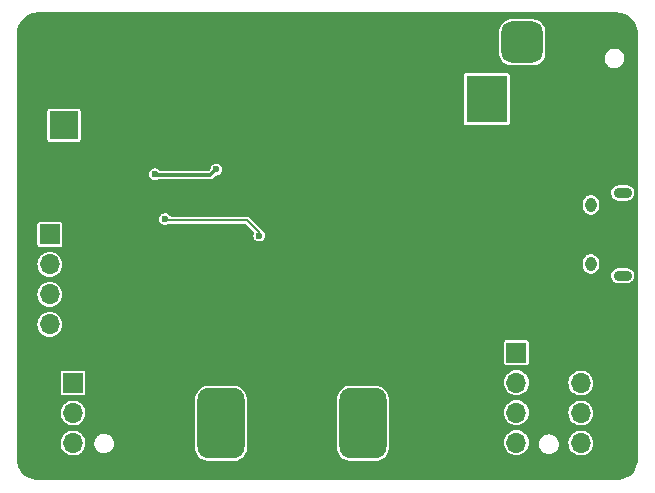
<source format=gbr>
G04 #@! TF.GenerationSoftware,KiCad,Pcbnew,(6.0.2)*
G04 #@! TF.CreationDate,2022-03-19T12:20:35+01:00*
G04 #@! TF.ProjectId,prova-buck,70726f76-612d-4627-9563-6b2e6b696361,rev?*
G04 #@! TF.SameCoordinates,Original*
G04 #@! TF.FileFunction,Copper,L2,Bot*
G04 #@! TF.FilePolarity,Positive*
%FSLAX46Y46*%
G04 Gerber Fmt 4.6, Leading zero omitted, Abs format (unit mm)*
G04 Created by KiCad (PCBNEW (6.0.2)) date 2022-03-19 12:20:35*
%MOMM*%
%LPD*%
G01*
G04 APERTURE LIST*
G04 Aperture macros list*
%AMRoundRect*
0 Rectangle with rounded corners*
0 $1 Rounding radius*
0 $2 $3 $4 $5 $6 $7 $8 $9 X,Y pos of 4 corners*
0 Add a 4 corners polygon primitive as box body*
4,1,4,$2,$3,$4,$5,$6,$7,$8,$9,$2,$3,0*
0 Add four circle primitives for the rounded corners*
1,1,$1+$1,$2,$3*
1,1,$1+$1,$4,$5*
1,1,$1+$1,$6,$7*
1,1,$1+$1,$8,$9*
0 Add four rect primitives between the rounded corners*
20,1,$1+$1,$2,$3,$4,$5,0*
20,1,$1+$1,$4,$5,$6,$7,0*
20,1,$1+$1,$6,$7,$8,$9,0*
20,1,$1+$1,$8,$9,$2,$3,0*%
G04 Aperture macros list end*
G04 #@! TA.AperFunction,ComponentPad*
%ADD10R,2.400000X2.400000*%
G04 #@! TD*
G04 #@! TA.AperFunction,ComponentPad*
%ADD11C,2.400000*%
G04 #@! TD*
G04 #@! TA.AperFunction,ComponentPad*
%ADD12R,1.700000X1.700000*%
G04 #@! TD*
G04 #@! TA.AperFunction,ComponentPad*
%ADD13O,1.700000X1.700000*%
G04 #@! TD*
G04 #@! TA.AperFunction,ComponentPad*
%ADD14R,3.500000X4.000000*%
G04 #@! TD*
G04 #@! TA.AperFunction,ComponentPad*
%ADD15RoundRect,0.750000X0.750000X1.000000X-0.750000X1.000000X-0.750000X-1.000000X0.750000X-1.000000X0*%
G04 #@! TD*
G04 #@! TA.AperFunction,ComponentPad*
%ADD16RoundRect,0.875000X0.875000X0.875000X-0.875000X0.875000X-0.875000X-0.875000X0.875000X-0.875000X0*%
G04 #@! TD*
G04 #@! TA.AperFunction,ComponentPad*
%ADD17O,0.950000X1.250000*%
G04 #@! TD*
G04 #@! TA.AperFunction,ComponentPad*
%ADD18O,1.550000X0.890000*%
G04 #@! TD*
G04 #@! TA.AperFunction,ComponentPad*
%ADD19RoundRect,1.000000X1.000000X2.000000X-1.000000X2.000000X-1.000000X-2.000000X1.000000X-2.000000X0*%
G04 #@! TD*
G04 #@! TA.AperFunction,ComponentPad*
%ADD20RoundRect,1.000000X-1.000000X-2.000000X1.000000X-2.000000X1.000000X2.000000X-1.000000X2.000000X0*%
G04 #@! TD*
G04 #@! TA.AperFunction,ViaPad*
%ADD21C,0.800000*%
G04 #@! TD*
G04 #@! TA.AperFunction,ViaPad*
%ADD22C,0.600000*%
G04 #@! TD*
G04 #@! TA.AperFunction,Conductor*
%ADD23C,0.300000*%
G04 #@! TD*
G04 #@! TA.AperFunction,Conductor*
%ADD24C,0.200000*%
G04 #@! TD*
G04 APERTURE END LIST*
D10*
X121200000Y-84750000D03*
D11*
X121200000Y-88250000D03*
D12*
X120000000Y-94000000D03*
D13*
X120000000Y-96540000D03*
X120000000Y-99080000D03*
X120000000Y-101620000D03*
D14*
X157000000Y-82550000D03*
D15*
X163000000Y-82550000D03*
D16*
X160000000Y-77750000D03*
D17*
X165800000Y-91500000D03*
X165800000Y-96500000D03*
D18*
X168500000Y-97500000D03*
X168500000Y-90500000D03*
D12*
X159500000Y-104000000D03*
D13*
X159500000Y-106540000D03*
X159500000Y-109080000D03*
X159500000Y-111620000D03*
D19*
X146500000Y-110000000D03*
D20*
X140500000Y-110000000D03*
D19*
X134500000Y-110000000D03*
D20*
X128500000Y-110000000D03*
D12*
X167500000Y-106580000D03*
D13*
X164960000Y-106580000D03*
X167500000Y-109120000D03*
X164960000Y-109120000D03*
X167500000Y-111660000D03*
X164960000Y-111660000D03*
D12*
X121960000Y-106580000D03*
D13*
X119420000Y-106580000D03*
X121960000Y-109120000D03*
X119420000Y-109120000D03*
X121960000Y-111660000D03*
X119420000Y-111660000D03*
D21*
X142500000Y-94000000D03*
X142500000Y-83250000D03*
X164200000Y-93200000D03*
X162900000Y-99400000D03*
X142400000Y-88750000D03*
X126600000Y-100900000D03*
X151500000Y-93900000D03*
X138100000Y-88300000D03*
X131700000Y-86900000D03*
X140000000Y-85750000D03*
X130000000Y-85750000D03*
X130000000Y-87000000D03*
X126600000Y-103900000D03*
X128750000Y-85750000D03*
X140000000Y-87000000D03*
X142500000Y-95750000D03*
X142500000Y-84500000D03*
X127500000Y-84500000D03*
X148650000Y-93400000D03*
X152700000Y-82700000D03*
X119500000Y-76550000D03*
X139000000Y-83650000D03*
D22*
X131850000Y-91100000D03*
D21*
X162900000Y-100500000D03*
X138100000Y-93200000D03*
X164200000Y-92200000D03*
X142500000Y-97750000D03*
X147750000Y-93400000D03*
X130000000Y-84500000D03*
X127500000Y-83250000D03*
X126600000Y-99800000D03*
X140000000Y-84500000D03*
X155700000Y-98150000D03*
X128750000Y-83250000D03*
X154500000Y-99000000D03*
X141250000Y-87000000D03*
X126600000Y-102800000D03*
X128750000Y-87000000D03*
X127500000Y-87000000D03*
X153900000Y-85800000D03*
X141250000Y-84500000D03*
X128750000Y-84500000D03*
X131700000Y-88100000D03*
X156700000Y-98150000D03*
X138300000Y-86850000D03*
X142500000Y-87000000D03*
X131100000Y-83650000D03*
X141250000Y-85750000D03*
X128100000Y-95700000D03*
X142500000Y-85750000D03*
X127500000Y-85750000D03*
X154500000Y-97650000D03*
X141250000Y-83250000D03*
D22*
X128900000Y-88900000D03*
X134100000Y-88500000D03*
X137740000Y-94100000D03*
X129750000Y-92700000D03*
D23*
X133600000Y-89000000D02*
X134100000Y-88500000D01*
X129000000Y-89000000D02*
X133600000Y-89000000D01*
X128900000Y-88900000D02*
X129000000Y-89000000D01*
D24*
X129850000Y-92800000D02*
X129750000Y-92700000D01*
X137389748Y-93489748D02*
X136700000Y-92800000D01*
X136700000Y-92800000D02*
X129850000Y-92800000D01*
X137740000Y-93829259D02*
X137400489Y-93489748D01*
X137400489Y-93489748D02*
X137389748Y-93489748D01*
X137740000Y-94100000D02*
X137740000Y-93829259D01*
G04 #@! TA.AperFunction,Conductor*
G36*
X167980181Y-75201953D02*
G01*
X167985812Y-75201963D01*
X167999641Y-75205143D01*
X168013482Y-75202011D01*
X168027146Y-75202035D01*
X168035164Y-75202305D01*
X168094837Y-75206216D01*
X168226704Y-75214859D01*
X168243044Y-75217010D01*
X168457774Y-75259722D01*
X168473695Y-75263988D01*
X168681011Y-75334363D01*
X168696237Y-75340670D01*
X168892591Y-75437501D01*
X168906865Y-75445742D01*
X169088905Y-75567377D01*
X169101980Y-75577410D01*
X169266579Y-75721758D01*
X169278234Y-75733413D01*
X169422593Y-75898024D01*
X169432626Y-75911099D01*
X169554258Y-76093134D01*
X169562499Y-76107408D01*
X169604585Y-76192750D01*
X169659331Y-76303763D01*
X169659331Y-76303764D01*
X169665638Y-76318991D01*
X169736010Y-76526303D01*
X169740276Y-76542222D01*
X169782990Y-76756956D01*
X169785141Y-76773297D01*
X169786410Y-76792658D01*
X169797668Y-76964407D01*
X169797787Y-76966230D01*
X169798057Y-76974692D01*
X169798037Y-76985812D01*
X169794857Y-76999642D01*
X169797989Y-77013482D01*
X169797980Y-77018372D01*
X169800000Y-77036448D01*
X169800000Y-112962976D01*
X169798047Y-112980182D01*
X169798037Y-112985813D01*
X169794857Y-112999642D01*
X169797989Y-113013483D01*
X169797965Y-113027147D01*
X169797695Y-113035165D01*
X169796410Y-113054778D01*
X169785141Y-113226705D01*
X169782990Y-113243045D01*
X169740278Y-113457773D01*
X169736012Y-113473694D01*
X169665637Y-113681011D01*
X169659330Y-113696237D01*
X169562499Y-113892592D01*
X169554258Y-113906866D01*
X169432626Y-114088901D01*
X169422593Y-114101977D01*
X169278237Y-114266583D01*
X169266583Y-114278237D01*
X169101977Y-114422593D01*
X169088901Y-114432626D01*
X168906866Y-114554258D01*
X168892592Y-114562499D01*
X168696237Y-114659330D01*
X168681011Y-114665637D01*
X168473694Y-114736012D01*
X168457773Y-114740278D01*
X168243045Y-114782990D01*
X168226705Y-114785141D01*
X168160142Y-114789504D01*
X168033759Y-114797787D01*
X168025308Y-114798057D01*
X168014188Y-114798037D01*
X168000358Y-114794857D01*
X167986518Y-114797989D01*
X167981628Y-114797980D01*
X167963552Y-114800000D01*
X119037024Y-114800000D01*
X119019818Y-114798047D01*
X119014187Y-114798037D01*
X119000358Y-114794857D01*
X118986517Y-114797989D01*
X118972853Y-114797965D01*
X118964835Y-114797695D01*
X118905162Y-114793784D01*
X118773295Y-114785141D01*
X118756955Y-114782990D01*
X118542227Y-114740278D01*
X118526306Y-114736012D01*
X118318989Y-114665637D01*
X118303763Y-114659330D01*
X118107408Y-114562499D01*
X118093134Y-114554258D01*
X117911099Y-114432626D01*
X117898023Y-114422593D01*
X117733417Y-114278237D01*
X117721763Y-114266583D01*
X117577407Y-114101977D01*
X117567374Y-114088901D01*
X117445742Y-113906866D01*
X117437501Y-113892592D01*
X117340670Y-113696237D01*
X117334363Y-113681011D01*
X117263988Y-113473694D01*
X117259722Y-113457773D01*
X117217010Y-113243045D01*
X117214859Y-113226705D01*
X117209307Y-113141997D01*
X117202213Y-113033759D01*
X117201943Y-113025308D01*
X117201963Y-113014188D01*
X117205143Y-113000358D01*
X117202011Y-112986518D01*
X117202020Y-112981628D01*
X117200000Y-112963552D01*
X117200000Y-111645262D01*
X120904520Y-111645262D01*
X120905036Y-111651406D01*
X120919760Y-111826743D01*
X120921759Y-111850553D01*
X120923458Y-111856478D01*
X120968646Y-112014066D01*
X120978544Y-112048586D01*
X120981359Y-112054063D01*
X120981360Y-112054066D01*
X121045592Y-112179048D01*
X121072712Y-112231818D01*
X121200677Y-112393270D01*
X121205370Y-112397264D01*
X121205371Y-112397265D01*
X121350210Y-112520532D01*
X121357564Y-112526791D01*
X121362942Y-112529797D01*
X121362944Y-112529798D01*
X121364077Y-112530431D01*
X121537398Y-112627297D01*
X121604365Y-112649056D01*
X121727471Y-112689056D01*
X121727475Y-112689057D01*
X121733329Y-112690959D01*
X121937894Y-112715351D01*
X121944029Y-112714879D01*
X121944031Y-112714879D01*
X122000039Y-112710569D01*
X122143300Y-112699546D01*
X122149230Y-112697890D01*
X122149232Y-112697890D01*
X122284874Y-112660018D01*
X122341725Y-112644145D01*
X122347214Y-112641372D01*
X122347220Y-112641370D01*
X122520116Y-112554033D01*
X122525610Y-112551258D01*
X122552268Y-112530431D01*
X122629072Y-112470425D01*
X122687951Y-112424424D01*
X122716084Y-112391832D01*
X122818540Y-112273134D01*
X122818540Y-112273133D01*
X122822564Y-112268472D01*
X122843079Y-112232360D01*
X122877163Y-112172360D01*
X122924323Y-112089344D01*
X122989351Y-111893863D01*
X123015171Y-111689474D01*
X123015583Y-111660000D01*
X123014933Y-111653367D01*
X123765906Y-111653367D01*
X123766263Y-111660184D01*
X123766263Y-111660188D01*
X123768697Y-111706629D01*
X123775349Y-111833564D01*
X123777162Y-111840144D01*
X123777162Y-111840147D01*
X123815113Y-111977923D01*
X123823268Y-112007530D01*
X123907424Y-112167148D01*
X123911826Y-112172357D01*
X123911828Y-112172360D01*
X124019487Y-112299757D01*
X124019491Y-112299761D01*
X124023894Y-112304971D01*
X124029318Y-112309118D01*
X124029319Y-112309119D01*
X124161821Y-112410425D01*
X124161825Y-112410428D01*
X124167242Y-112414569D01*
X124173422Y-112417451D01*
X124173424Y-112417452D01*
X124198050Y-112428935D01*
X124330780Y-112490828D01*
X124405227Y-112507469D01*
X124501835Y-112529064D01*
X124501841Y-112529065D01*
X124506879Y-112530191D01*
X124512406Y-112530500D01*
X124645077Y-112530500D01*
X124779389Y-112515909D01*
X124950409Y-112458355D01*
X125006880Y-112424424D01*
X125030178Y-112410425D01*
X125105080Y-112365419D01*
X125110042Y-112360727D01*
X125231229Y-112246126D01*
X125231231Y-112246124D01*
X125236187Y-112241437D01*
X125337612Y-112092195D01*
X125340147Y-112085858D01*
X125345790Y-112071750D01*
X132299500Y-112071750D01*
X132299668Y-112074045D01*
X132299668Y-112074047D01*
X132306481Y-112167148D01*
X132306985Y-112174042D01*
X132308190Y-112179043D01*
X132308191Y-112179048D01*
X132329743Y-112268472D01*
X132358679Y-112388537D01*
X132448596Y-112590021D01*
X132451869Y-112594775D01*
X132451870Y-112594776D01*
X132570450Y-112766990D01*
X132570453Y-112766994D01*
X132573724Y-112771744D01*
X132729874Y-112927621D01*
X132734636Y-112930888D01*
X132734640Y-112930891D01*
X132834339Y-112999284D01*
X132911815Y-113052432D01*
X133033728Y-113106583D01*
X133108168Y-113139649D01*
X133108172Y-113139650D01*
X133113455Y-113141997D01*
X133119079Y-113143342D01*
X133323033Y-113192120D01*
X133323039Y-113192121D01*
X133328040Y-113193317D01*
X133333168Y-113193685D01*
X133333171Y-113193685D01*
X133426000Y-113200339D01*
X133426008Y-113200339D01*
X133428250Y-113200500D01*
X135571750Y-113200500D01*
X135574045Y-113200332D01*
X135574047Y-113200332D01*
X135668905Y-113193391D01*
X135668906Y-113193391D01*
X135674042Y-113193015D01*
X135679043Y-113191810D01*
X135679048Y-113191809D01*
X135821914Y-113157377D01*
X135888537Y-113141321D01*
X136090021Y-113051404D01*
X136094776Y-113048130D01*
X136266990Y-112929550D01*
X136266994Y-112929547D01*
X136271744Y-112926276D01*
X136427621Y-112770126D01*
X136430888Y-112765364D01*
X136430891Y-112765360D01*
X136549164Y-112592949D01*
X136549164Y-112592948D01*
X136552432Y-112588185D01*
X136631390Y-112410425D01*
X136639649Y-112391832D01*
X136639650Y-112391828D01*
X136641997Y-112386545D01*
X136661506Y-112304971D01*
X136692120Y-112176967D01*
X136692121Y-112176961D01*
X136693317Y-112171960D01*
X136698630Y-112097838D01*
X136700339Y-112074000D01*
X136700339Y-112073992D01*
X136700500Y-112071750D01*
X144299500Y-112071750D01*
X144299668Y-112074045D01*
X144299668Y-112074047D01*
X144306481Y-112167148D01*
X144306985Y-112174042D01*
X144308190Y-112179043D01*
X144308191Y-112179048D01*
X144329743Y-112268472D01*
X144358679Y-112388537D01*
X144448596Y-112590021D01*
X144451869Y-112594775D01*
X144451870Y-112594776D01*
X144570450Y-112766990D01*
X144570453Y-112766994D01*
X144573724Y-112771744D01*
X144729874Y-112927621D01*
X144734636Y-112930888D01*
X144734640Y-112930891D01*
X144834339Y-112999284D01*
X144911815Y-113052432D01*
X145033728Y-113106583D01*
X145108168Y-113139649D01*
X145108172Y-113139650D01*
X145113455Y-113141997D01*
X145119079Y-113143342D01*
X145323033Y-113192120D01*
X145323039Y-113192121D01*
X145328040Y-113193317D01*
X145333168Y-113193685D01*
X145333171Y-113193685D01*
X145426000Y-113200339D01*
X145426008Y-113200339D01*
X145428250Y-113200500D01*
X147571750Y-113200500D01*
X147574045Y-113200332D01*
X147574047Y-113200332D01*
X147668905Y-113193391D01*
X147668906Y-113193391D01*
X147674042Y-113193015D01*
X147679043Y-113191810D01*
X147679048Y-113191809D01*
X147821914Y-113157377D01*
X147888537Y-113141321D01*
X148090021Y-113051404D01*
X148094776Y-113048130D01*
X148266990Y-112929550D01*
X148266994Y-112929547D01*
X148271744Y-112926276D01*
X148427621Y-112770126D01*
X148430888Y-112765364D01*
X148430891Y-112765360D01*
X148549164Y-112592949D01*
X148549164Y-112592948D01*
X148552432Y-112588185D01*
X148631390Y-112410425D01*
X148639649Y-112391832D01*
X148639650Y-112391828D01*
X148641997Y-112386545D01*
X148661506Y-112304971D01*
X148692120Y-112176967D01*
X148692121Y-112176961D01*
X148693317Y-112171960D01*
X148698630Y-112097838D01*
X148700339Y-112074000D01*
X148700339Y-112073992D01*
X148700500Y-112071750D01*
X148700500Y-111605262D01*
X158444520Y-111605262D01*
X158445036Y-111611406D01*
X158455819Y-111739812D01*
X158461759Y-111810553D01*
X158463458Y-111816478D01*
X158509752Y-111977923D01*
X158518544Y-112008586D01*
X158521359Y-112014063D01*
X158521360Y-112014066D01*
X158606149Y-112179048D01*
X158612712Y-112191818D01*
X158740677Y-112353270D01*
X158745370Y-112357264D01*
X158745371Y-112357265D01*
X158886591Y-112477452D01*
X158897564Y-112486791D01*
X158902942Y-112489797D01*
X158902944Y-112489798D01*
X158934563Y-112507469D01*
X159077398Y-112587297D01*
X159172238Y-112618113D01*
X159267471Y-112649056D01*
X159267475Y-112649057D01*
X159273329Y-112650959D01*
X159477894Y-112675351D01*
X159484029Y-112674879D01*
X159484031Y-112674879D01*
X159540039Y-112670569D01*
X159683300Y-112659546D01*
X159689230Y-112657890D01*
X159689232Y-112657890D01*
X159875797Y-112605800D01*
X159875796Y-112605800D01*
X159881725Y-112604145D01*
X159887214Y-112601372D01*
X159887220Y-112601370D01*
X160034860Y-112526791D01*
X160065610Y-112511258D01*
X160091760Y-112490828D01*
X160171903Y-112428213D01*
X160227951Y-112384424D01*
X160244743Y-112364971D01*
X160358540Y-112233134D01*
X160358540Y-112233133D01*
X160362564Y-112228472D01*
X160383387Y-112191818D01*
X160409495Y-112145858D01*
X160464323Y-112049344D01*
X160529351Y-111853863D01*
X160547100Y-111713367D01*
X161415906Y-111713367D01*
X161416263Y-111720184D01*
X161416263Y-111720188D01*
X161417649Y-111746633D01*
X161425349Y-111893564D01*
X161427162Y-111900144D01*
X161427162Y-111900147D01*
X161454928Y-112000948D01*
X161473268Y-112067530D01*
X161557424Y-112227148D01*
X161561826Y-112232357D01*
X161561828Y-112232360D01*
X161669487Y-112359757D01*
X161669491Y-112359761D01*
X161673894Y-112364971D01*
X161679318Y-112369118D01*
X161679319Y-112369119D01*
X161811821Y-112470425D01*
X161811825Y-112470428D01*
X161817242Y-112474569D01*
X161823422Y-112477451D01*
X161823424Y-112477452D01*
X161887796Y-112507469D01*
X161980780Y-112550828D01*
X162058984Y-112568309D01*
X162151835Y-112589064D01*
X162151841Y-112589065D01*
X162156879Y-112590191D01*
X162162406Y-112590500D01*
X162295077Y-112590500D01*
X162299487Y-112590021D01*
X162352241Y-112584290D01*
X162429389Y-112575909D01*
X162600409Y-112518355D01*
X162612221Y-112511258D01*
X162749228Y-112428935D01*
X162755080Y-112425419D01*
X162784852Y-112397265D01*
X162881229Y-112306126D01*
X162881231Y-112306124D01*
X162886187Y-112301437D01*
X162987612Y-112152195D01*
X162990147Y-112145858D01*
X163052089Y-111990992D01*
X163052090Y-111990987D01*
X163054623Y-111984655D01*
X163070832Y-111886743D01*
X163082979Y-111813371D01*
X163082979Y-111813367D01*
X163084094Y-111806633D01*
X163075638Y-111645262D01*
X163904520Y-111645262D01*
X163905036Y-111651406D01*
X163919760Y-111826743D01*
X163921759Y-111850553D01*
X163923458Y-111856478D01*
X163968646Y-112014066D01*
X163978544Y-112048586D01*
X163981359Y-112054063D01*
X163981360Y-112054066D01*
X164045592Y-112179048D01*
X164072712Y-112231818D01*
X164200677Y-112393270D01*
X164205370Y-112397264D01*
X164205371Y-112397265D01*
X164350210Y-112520532D01*
X164357564Y-112526791D01*
X164362942Y-112529797D01*
X164362944Y-112529798D01*
X164364077Y-112530431D01*
X164537398Y-112627297D01*
X164604365Y-112649056D01*
X164727471Y-112689056D01*
X164727475Y-112689057D01*
X164733329Y-112690959D01*
X164937894Y-112715351D01*
X164944029Y-112714879D01*
X164944031Y-112714879D01*
X165000039Y-112710569D01*
X165143300Y-112699546D01*
X165149230Y-112697890D01*
X165149232Y-112697890D01*
X165284874Y-112660018D01*
X165341725Y-112644145D01*
X165347214Y-112641372D01*
X165347220Y-112641370D01*
X165520116Y-112554033D01*
X165525610Y-112551258D01*
X165552268Y-112530431D01*
X165629072Y-112470425D01*
X165687951Y-112424424D01*
X165716084Y-112391832D01*
X165818540Y-112273134D01*
X165818540Y-112273133D01*
X165822564Y-112268472D01*
X165843079Y-112232360D01*
X165877163Y-112172360D01*
X165924323Y-112089344D01*
X165989351Y-111893863D01*
X166015171Y-111689474D01*
X166015583Y-111660000D01*
X165995480Y-111454970D01*
X165935935Y-111257749D01*
X165839218Y-111075849D01*
X165732631Y-110945161D01*
X165712906Y-110920975D01*
X165712903Y-110920972D01*
X165709011Y-110916200D01*
X165691786Y-110901950D01*
X165555025Y-110788811D01*
X165555021Y-110788809D01*
X165550275Y-110784882D01*
X165369055Y-110686897D01*
X165172254Y-110625977D01*
X165166129Y-110625333D01*
X165166128Y-110625333D01*
X164973498Y-110605087D01*
X164973496Y-110605087D01*
X164967369Y-110604443D01*
X164880529Y-110612346D01*
X164768342Y-110622555D01*
X164768339Y-110622556D01*
X164762203Y-110623114D01*
X164564572Y-110681280D01*
X164382002Y-110776726D01*
X164377201Y-110780586D01*
X164377198Y-110780588D01*
X164226254Y-110901950D01*
X164221447Y-110905815D01*
X164089024Y-111063630D01*
X164086056Y-111069028D01*
X164086053Y-111069033D01*
X164014733Y-111198765D01*
X163989776Y-111244162D01*
X163927484Y-111440532D01*
X163926798Y-111446649D01*
X163926797Y-111446653D01*
X163906632Y-111626436D01*
X163904520Y-111645262D01*
X163075638Y-111645262D01*
X163074651Y-111626436D01*
X163071913Y-111616494D01*
X163028545Y-111459052D01*
X163026732Y-111452470D01*
X162942576Y-111292852D01*
X162938174Y-111287643D01*
X162938172Y-111287640D01*
X162830513Y-111160243D01*
X162830509Y-111160239D01*
X162826106Y-111155029D01*
X162820681Y-111150881D01*
X162688179Y-111049575D01*
X162688175Y-111049572D01*
X162682758Y-111045431D01*
X162676578Y-111042549D01*
X162676576Y-111042548D01*
X162596399Y-111005161D01*
X162519220Y-110969172D01*
X162403718Y-110943354D01*
X162348165Y-110930936D01*
X162348159Y-110930935D01*
X162343121Y-110929809D01*
X162337594Y-110929500D01*
X162204923Y-110929500D01*
X162070611Y-110944091D01*
X161899591Y-111001645D01*
X161744920Y-111094581D01*
X161739960Y-111099272D01*
X161739958Y-111099273D01*
X161629042Y-111204162D01*
X161613813Y-111218563D01*
X161512388Y-111367805D01*
X161509855Y-111374139D01*
X161509853Y-111374142D01*
X161447911Y-111529008D01*
X161447910Y-111529013D01*
X161445377Y-111535345D01*
X161432785Y-111611406D01*
X161424158Y-111663522D01*
X161415906Y-111713367D01*
X160547100Y-111713367D01*
X160555171Y-111649474D01*
X160555583Y-111620000D01*
X160535480Y-111414970D01*
X160475935Y-111217749D01*
X160379218Y-111035849D01*
X160285529Y-110920975D01*
X160252906Y-110880975D01*
X160252903Y-110880972D01*
X160249011Y-110876200D01*
X160231786Y-110861950D01*
X160095025Y-110748811D01*
X160095021Y-110748809D01*
X160090275Y-110744882D01*
X159909055Y-110646897D01*
X159712254Y-110585977D01*
X159706129Y-110585333D01*
X159706128Y-110585333D01*
X159513498Y-110565087D01*
X159513496Y-110565087D01*
X159507369Y-110564443D01*
X159420529Y-110572346D01*
X159308342Y-110582555D01*
X159308339Y-110582556D01*
X159302203Y-110583114D01*
X159104572Y-110641280D01*
X158922002Y-110736726D01*
X158917201Y-110740586D01*
X158917198Y-110740588D01*
X158857221Y-110788811D01*
X158761447Y-110865815D01*
X158629024Y-111023630D01*
X158626056Y-111029028D01*
X158626053Y-111029033D01*
X158551742Y-111164205D01*
X158529776Y-111204162D01*
X158467484Y-111400532D01*
X158466798Y-111406649D01*
X158466797Y-111406653D01*
X158462040Y-111449068D01*
X158444520Y-111605262D01*
X148700500Y-111605262D01*
X148700500Y-109065262D01*
X158444520Y-109065262D01*
X158461759Y-109270553D01*
X158518544Y-109468586D01*
X158521359Y-109474063D01*
X158521360Y-109474066D01*
X158562804Y-109554707D01*
X158612712Y-109651818D01*
X158740677Y-109813270D01*
X158745370Y-109817264D01*
X158745371Y-109817265D01*
X158782001Y-109848439D01*
X158897564Y-109946791D01*
X159077398Y-110047297D01*
X159172238Y-110078113D01*
X159267471Y-110109056D01*
X159267475Y-110109057D01*
X159273329Y-110110959D01*
X159477894Y-110135351D01*
X159484029Y-110134879D01*
X159484031Y-110134879D01*
X159540039Y-110130569D01*
X159683300Y-110119546D01*
X159689230Y-110117890D01*
X159689232Y-110117890D01*
X159875797Y-110065800D01*
X159875796Y-110065800D01*
X159881725Y-110064145D01*
X159887214Y-110061372D01*
X159887220Y-110061370D01*
X160034860Y-109986791D01*
X160065610Y-109971258D01*
X160227951Y-109844424D01*
X160355509Y-109696646D01*
X160358540Y-109693134D01*
X160358540Y-109693133D01*
X160362564Y-109688472D01*
X160383387Y-109651818D01*
X160441600Y-109549344D01*
X160464323Y-109509344D01*
X160529351Y-109313863D01*
X160555171Y-109109474D01*
X160555230Y-109105262D01*
X163904520Y-109105262D01*
X163905036Y-109111406D01*
X163918898Y-109276478D01*
X163921759Y-109310553D01*
X163923458Y-109316478D01*
X163968646Y-109474066D01*
X163978544Y-109508586D01*
X163981359Y-109514063D01*
X163981360Y-109514066D01*
X164002247Y-109554707D01*
X164072712Y-109691818D01*
X164200677Y-109853270D01*
X164205370Y-109857264D01*
X164205371Y-109857265D01*
X164334861Y-109967469D01*
X164357564Y-109986791D01*
X164537398Y-110087297D01*
X164604365Y-110109056D01*
X164727471Y-110149056D01*
X164727475Y-110149057D01*
X164733329Y-110150959D01*
X164937894Y-110175351D01*
X164944029Y-110174879D01*
X164944031Y-110174879D01*
X165000039Y-110170569D01*
X165143300Y-110159546D01*
X165149230Y-110157890D01*
X165149232Y-110157890D01*
X165284874Y-110120018D01*
X165341725Y-110104145D01*
X165347214Y-110101372D01*
X165347220Y-110101370D01*
X165520116Y-110014033D01*
X165525610Y-110011258D01*
X165687951Y-109884424D01*
X165719208Y-109848213D01*
X165818540Y-109733134D01*
X165818540Y-109733133D01*
X165822564Y-109728472D01*
X165843387Y-109691818D01*
X165921276Y-109554707D01*
X165924323Y-109549344D01*
X165989351Y-109353863D01*
X166015171Y-109149474D01*
X166015583Y-109120000D01*
X165995480Y-108914970D01*
X165935935Y-108717749D01*
X165839218Y-108535849D01*
X165765859Y-108445902D01*
X165712906Y-108380975D01*
X165712903Y-108380972D01*
X165709011Y-108376200D01*
X165691786Y-108361950D01*
X165555025Y-108248811D01*
X165555021Y-108248809D01*
X165550275Y-108244882D01*
X165369055Y-108146897D01*
X165172254Y-108085977D01*
X165166129Y-108085333D01*
X165166128Y-108085333D01*
X164973498Y-108065087D01*
X164973496Y-108065087D01*
X164967369Y-108064443D01*
X164880529Y-108072346D01*
X164768342Y-108082555D01*
X164768339Y-108082556D01*
X164762203Y-108083114D01*
X164564572Y-108141280D01*
X164382002Y-108236726D01*
X164377201Y-108240586D01*
X164377198Y-108240588D01*
X164263167Y-108332271D01*
X164221447Y-108365815D01*
X164089024Y-108523630D01*
X164086056Y-108529028D01*
X164086053Y-108529033D01*
X164079315Y-108541290D01*
X163989776Y-108704162D01*
X163927484Y-108900532D01*
X163926798Y-108906649D01*
X163926797Y-108906653D01*
X163905207Y-109099137D01*
X163904520Y-109105262D01*
X160555230Y-109105262D01*
X160555583Y-109080000D01*
X160535480Y-108874970D01*
X160475935Y-108677749D01*
X160379218Y-108495849D01*
X160285529Y-108380975D01*
X160252906Y-108340975D01*
X160252903Y-108340972D01*
X160249011Y-108336200D01*
X160231786Y-108321950D01*
X160095025Y-108208811D01*
X160095021Y-108208809D01*
X160090275Y-108204882D01*
X159909055Y-108106897D01*
X159712254Y-108045977D01*
X159706129Y-108045333D01*
X159706128Y-108045333D01*
X159513498Y-108025087D01*
X159513496Y-108025087D01*
X159507369Y-108024443D01*
X159420529Y-108032346D01*
X159308342Y-108042555D01*
X159308339Y-108042556D01*
X159302203Y-108043114D01*
X159104572Y-108101280D01*
X158922002Y-108196726D01*
X158917201Y-108200586D01*
X158917198Y-108200588D01*
X158857221Y-108248811D01*
X158761447Y-108325815D01*
X158629024Y-108483630D01*
X158626056Y-108489028D01*
X158626053Y-108489033D01*
X158602942Y-108531073D01*
X158529776Y-108664162D01*
X158467484Y-108860532D01*
X158466798Y-108866649D01*
X158466797Y-108866653D01*
X158462040Y-108909068D01*
X158444520Y-109065262D01*
X148700500Y-109065262D01*
X148700500Y-107928250D01*
X148693015Y-107825958D01*
X148641321Y-107611463D01*
X148551404Y-107409979D01*
X148548130Y-107405224D01*
X148429550Y-107233010D01*
X148429547Y-107233006D01*
X148426276Y-107228256D01*
X148270126Y-107072379D01*
X148265364Y-107069112D01*
X148265360Y-107069109D01*
X148092949Y-106950836D01*
X148092948Y-106950836D01*
X148088185Y-106947568D01*
X147966272Y-106893417D01*
X147891832Y-106860351D01*
X147891828Y-106860350D01*
X147886545Y-106858003D01*
X147867958Y-106853558D01*
X147676967Y-106807880D01*
X147676961Y-106807879D01*
X147671960Y-106806683D01*
X147666832Y-106806315D01*
X147666829Y-106806315D01*
X147574000Y-106799661D01*
X147573992Y-106799661D01*
X147571750Y-106799500D01*
X145428250Y-106799500D01*
X145425955Y-106799668D01*
X145425953Y-106799668D01*
X145331095Y-106806609D01*
X145331094Y-106806609D01*
X145325958Y-106806985D01*
X145320957Y-106808190D01*
X145320952Y-106808191D01*
X145178086Y-106842623D01*
X145111463Y-106858679D01*
X144909979Y-106948596D01*
X144905225Y-106951869D01*
X144905224Y-106951870D01*
X144733010Y-107070450D01*
X144733006Y-107070453D01*
X144728256Y-107073724D01*
X144572379Y-107229874D01*
X144569112Y-107234636D01*
X144569109Y-107234640D01*
X144512429Y-107317265D01*
X144447568Y-107411815D01*
X144398906Y-107521370D01*
X144361233Y-107606184D01*
X144358003Y-107613455D01*
X144306683Y-107828040D01*
X144306315Y-107833168D01*
X144306315Y-107833171D01*
X144299665Y-107925953D01*
X144299500Y-107928250D01*
X144299500Y-112071750D01*
X136700500Y-112071750D01*
X136700500Y-107928250D01*
X136693015Y-107825958D01*
X136641321Y-107611463D01*
X136551404Y-107409979D01*
X136548130Y-107405224D01*
X136429550Y-107233010D01*
X136429547Y-107233006D01*
X136426276Y-107228256D01*
X136270126Y-107072379D01*
X136265364Y-107069112D01*
X136265360Y-107069109D01*
X136092949Y-106950836D01*
X136092948Y-106950836D01*
X136088185Y-106947568D01*
X135966272Y-106893417D01*
X135891832Y-106860351D01*
X135891828Y-106860350D01*
X135886545Y-106858003D01*
X135867958Y-106853558D01*
X135676967Y-106807880D01*
X135676961Y-106807879D01*
X135671960Y-106806683D01*
X135666832Y-106806315D01*
X135666829Y-106806315D01*
X135574000Y-106799661D01*
X135573992Y-106799661D01*
X135571750Y-106799500D01*
X133428250Y-106799500D01*
X133425955Y-106799668D01*
X133425953Y-106799668D01*
X133331095Y-106806609D01*
X133331094Y-106806609D01*
X133325958Y-106806985D01*
X133320957Y-106808190D01*
X133320952Y-106808191D01*
X133178086Y-106842623D01*
X133111463Y-106858679D01*
X132909979Y-106948596D01*
X132905225Y-106951869D01*
X132905224Y-106951870D01*
X132733010Y-107070450D01*
X132733006Y-107070453D01*
X132728256Y-107073724D01*
X132572379Y-107229874D01*
X132569112Y-107234636D01*
X132569109Y-107234640D01*
X132512429Y-107317265D01*
X132447568Y-107411815D01*
X132398906Y-107521370D01*
X132361233Y-107606184D01*
X132358003Y-107613455D01*
X132306683Y-107828040D01*
X132306315Y-107833168D01*
X132306315Y-107833171D01*
X132299665Y-107925953D01*
X132299500Y-107928250D01*
X132299500Y-112071750D01*
X125345790Y-112071750D01*
X125402089Y-111930992D01*
X125402090Y-111930987D01*
X125404623Y-111924655D01*
X125424529Y-111804411D01*
X125432979Y-111753371D01*
X125432979Y-111753367D01*
X125434094Y-111746633D01*
X125432709Y-111720188D01*
X125429370Y-111656494D01*
X125424651Y-111566436D01*
X125417942Y-111542077D01*
X125378545Y-111399052D01*
X125376732Y-111392470D01*
X125292576Y-111232852D01*
X125288174Y-111227643D01*
X125288172Y-111227640D01*
X125180513Y-111100243D01*
X125180509Y-111100239D01*
X125176106Y-111095029D01*
X125170681Y-111090881D01*
X125038179Y-110989575D01*
X125038175Y-110989572D01*
X125032758Y-110985431D01*
X125026578Y-110982549D01*
X125026576Y-110982548D01*
X124944104Y-110944091D01*
X124869220Y-110909172D01*
X124753718Y-110883354D01*
X124698165Y-110870936D01*
X124698159Y-110870935D01*
X124693121Y-110869809D01*
X124687594Y-110869500D01*
X124554923Y-110869500D01*
X124551527Y-110869869D01*
X124551526Y-110869869D01*
X124517659Y-110873548D01*
X124420611Y-110884091D01*
X124249591Y-110941645D01*
X124243741Y-110945160D01*
X124243739Y-110945161D01*
X124198979Y-110972056D01*
X124094920Y-111034581D01*
X124089960Y-111039272D01*
X124089958Y-111039273D01*
X124025485Y-111100243D01*
X123963813Y-111158563D01*
X123862388Y-111307805D01*
X123859855Y-111314139D01*
X123859853Y-111314142D01*
X123797911Y-111469008D01*
X123797910Y-111469013D01*
X123795377Y-111475345D01*
X123794263Y-111482077D01*
X123767248Y-111645262D01*
X123765906Y-111653367D01*
X123014933Y-111653367D01*
X122995480Y-111454970D01*
X122935935Y-111257749D01*
X122839218Y-111075849D01*
X122732631Y-110945161D01*
X122712906Y-110920975D01*
X122712903Y-110920972D01*
X122709011Y-110916200D01*
X122691786Y-110901950D01*
X122555025Y-110788811D01*
X122555021Y-110788809D01*
X122550275Y-110784882D01*
X122369055Y-110686897D01*
X122172254Y-110625977D01*
X122166129Y-110625333D01*
X122166128Y-110625333D01*
X121973498Y-110605087D01*
X121973496Y-110605087D01*
X121967369Y-110604443D01*
X121880529Y-110612346D01*
X121768342Y-110622555D01*
X121768339Y-110622556D01*
X121762203Y-110623114D01*
X121564572Y-110681280D01*
X121382002Y-110776726D01*
X121377201Y-110780586D01*
X121377198Y-110780588D01*
X121226254Y-110901950D01*
X121221447Y-110905815D01*
X121089024Y-111063630D01*
X121086056Y-111069028D01*
X121086053Y-111069033D01*
X121014733Y-111198765D01*
X120989776Y-111244162D01*
X120927484Y-111440532D01*
X120926798Y-111446649D01*
X120926797Y-111446653D01*
X120906632Y-111626436D01*
X120904520Y-111645262D01*
X117200000Y-111645262D01*
X117200000Y-109105262D01*
X120904520Y-109105262D01*
X120905036Y-109111406D01*
X120918898Y-109276478D01*
X120921759Y-109310553D01*
X120923458Y-109316478D01*
X120968646Y-109474066D01*
X120978544Y-109508586D01*
X120981359Y-109514063D01*
X120981360Y-109514066D01*
X121002247Y-109554707D01*
X121072712Y-109691818D01*
X121200677Y-109853270D01*
X121205370Y-109857264D01*
X121205371Y-109857265D01*
X121334861Y-109967469D01*
X121357564Y-109986791D01*
X121537398Y-110087297D01*
X121604365Y-110109056D01*
X121727471Y-110149056D01*
X121727475Y-110149057D01*
X121733329Y-110150959D01*
X121937894Y-110175351D01*
X121944029Y-110174879D01*
X121944031Y-110174879D01*
X122000039Y-110170569D01*
X122143300Y-110159546D01*
X122149230Y-110157890D01*
X122149232Y-110157890D01*
X122284874Y-110120018D01*
X122341725Y-110104145D01*
X122347214Y-110101372D01*
X122347220Y-110101370D01*
X122520116Y-110014033D01*
X122525610Y-110011258D01*
X122687951Y-109884424D01*
X122719208Y-109848213D01*
X122818540Y-109733134D01*
X122818540Y-109733133D01*
X122822564Y-109728472D01*
X122843387Y-109691818D01*
X122921276Y-109554707D01*
X122924323Y-109549344D01*
X122989351Y-109353863D01*
X123015171Y-109149474D01*
X123015583Y-109120000D01*
X122995480Y-108914970D01*
X122935935Y-108717749D01*
X122839218Y-108535849D01*
X122765859Y-108445902D01*
X122712906Y-108380975D01*
X122712903Y-108380972D01*
X122709011Y-108376200D01*
X122691786Y-108361950D01*
X122555025Y-108248811D01*
X122555021Y-108248809D01*
X122550275Y-108244882D01*
X122369055Y-108146897D01*
X122172254Y-108085977D01*
X122166129Y-108085333D01*
X122166128Y-108085333D01*
X121973498Y-108065087D01*
X121973496Y-108065087D01*
X121967369Y-108064443D01*
X121880529Y-108072346D01*
X121768342Y-108082555D01*
X121768339Y-108082556D01*
X121762203Y-108083114D01*
X121564572Y-108141280D01*
X121382002Y-108236726D01*
X121377201Y-108240586D01*
X121377198Y-108240588D01*
X121263167Y-108332271D01*
X121221447Y-108365815D01*
X121089024Y-108523630D01*
X121086056Y-108529028D01*
X121086053Y-108529033D01*
X121079315Y-108541290D01*
X120989776Y-108704162D01*
X120927484Y-108900532D01*
X120926798Y-108906649D01*
X120926797Y-108906653D01*
X120905207Y-109099137D01*
X120904520Y-109105262D01*
X117200000Y-109105262D01*
X117200000Y-107449748D01*
X120909500Y-107449748D01*
X120910707Y-107455816D01*
X120914331Y-107474033D01*
X120921133Y-107508231D01*
X120965448Y-107574552D01*
X121031769Y-107618867D01*
X121043938Y-107621288D01*
X121043939Y-107621288D01*
X121084184Y-107629293D01*
X121090252Y-107630500D01*
X122829748Y-107630500D01*
X122835816Y-107629293D01*
X122876061Y-107621288D01*
X122876062Y-107621288D01*
X122888231Y-107618867D01*
X122954552Y-107574552D01*
X122998867Y-107508231D01*
X123005670Y-107474033D01*
X123009293Y-107455816D01*
X123010500Y-107449748D01*
X123010500Y-106525262D01*
X158444520Y-106525262D01*
X158461759Y-106730553D01*
X158463458Y-106736478D01*
X158498499Y-106858679D01*
X158518544Y-106928586D01*
X158521359Y-106934063D01*
X158521360Y-106934066D01*
X158591452Y-107070450D01*
X158612712Y-107111818D01*
X158740677Y-107273270D01*
X158745370Y-107277264D01*
X158745371Y-107277265D01*
X158782001Y-107308439D01*
X158897564Y-107406791D01*
X158902942Y-107409797D01*
X158902944Y-107409798D01*
X158916006Y-107417098D01*
X159077398Y-107507297D01*
X159172238Y-107538113D01*
X159267471Y-107569056D01*
X159267475Y-107569057D01*
X159273329Y-107570959D01*
X159477894Y-107595351D01*
X159484029Y-107594879D01*
X159484031Y-107594879D01*
X159540039Y-107590569D01*
X159683300Y-107579546D01*
X159689230Y-107577890D01*
X159689232Y-107577890D01*
X159875797Y-107525800D01*
X159875796Y-107525800D01*
X159881725Y-107524145D01*
X159887214Y-107521372D01*
X159887220Y-107521370D01*
X160041254Y-107443561D01*
X160065610Y-107431258D01*
X160086095Y-107415254D01*
X160211515Y-107317265D01*
X160227951Y-107304424D01*
X160288187Y-107234640D01*
X160358540Y-107153134D01*
X160358540Y-107153133D01*
X160362564Y-107148472D01*
X160383387Y-107111818D01*
X160406887Y-107070450D01*
X160464323Y-106969344D01*
X160529351Y-106773863D01*
X160555171Y-106569474D01*
X160555230Y-106565262D01*
X163904520Y-106565262D01*
X163905036Y-106571406D01*
X163918898Y-106736478D01*
X163921759Y-106770553D01*
X163923458Y-106776478D01*
X163973751Y-106951870D01*
X163978544Y-106968586D01*
X163981359Y-106974063D01*
X163981360Y-106974066D01*
X164031886Y-107072379D01*
X164072712Y-107151818D01*
X164200677Y-107313270D01*
X164205370Y-107317264D01*
X164205371Y-107317265D01*
X164334861Y-107427469D01*
X164357564Y-107446791D01*
X164537398Y-107547297D01*
X164604365Y-107569056D01*
X164727471Y-107609056D01*
X164727475Y-107609057D01*
X164733329Y-107610959D01*
X164937894Y-107635351D01*
X164944029Y-107634879D01*
X164944031Y-107634879D01*
X165016625Y-107629293D01*
X165143300Y-107619546D01*
X165149230Y-107617890D01*
X165149232Y-107617890D01*
X165284874Y-107580018D01*
X165341725Y-107564145D01*
X165347214Y-107561372D01*
X165347220Y-107561370D01*
X165520116Y-107474033D01*
X165525610Y-107471258D01*
X165687951Y-107344424D01*
X165719208Y-107308213D01*
X165818540Y-107193134D01*
X165818540Y-107193133D01*
X165822564Y-107188472D01*
X165843387Y-107151818D01*
X165869221Y-107106341D01*
X165924323Y-107009344D01*
X165989351Y-106813863D01*
X166015171Y-106609474D01*
X166015583Y-106580000D01*
X165995480Y-106374970D01*
X165935935Y-106177749D01*
X165839218Y-105995849D01*
X165765859Y-105905902D01*
X165712906Y-105840975D01*
X165712903Y-105840972D01*
X165709011Y-105836200D01*
X165691786Y-105821950D01*
X165555025Y-105708811D01*
X165555021Y-105708809D01*
X165550275Y-105704882D01*
X165369055Y-105606897D01*
X165172254Y-105545977D01*
X165166129Y-105545333D01*
X165166128Y-105545333D01*
X164973498Y-105525087D01*
X164973496Y-105525087D01*
X164967369Y-105524443D01*
X164880529Y-105532346D01*
X164768342Y-105542555D01*
X164768339Y-105542556D01*
X164762203Y-105543114D01*
X164564572Y-105601280D01*
X164382002Y-105696726D01*
X164377201Y-105700586D01*
X164377198Y-105700588D01*
X164263167Y-105792271D01*
X164221447Y-105825815D01*
X164089024Y-105983630D01*
X164086056Y-105989028D01*
X164086053Y-105989033D01*
X164079315Y-106001290D01*
X163989776Y-106164162D01*
X163927484Y-106360532D01*
X163926798Y-106366649D01*
X163926797Y-106366653D01*
X163905207Y-106559137D01*
X163904520Y-106565262D01*
X160555230Y-106565262D01*
X160555583Y-106540000D01*
X160535480Y-106334970D01*
X160475935Y-106137749D01*
X160379218Y-105955849D01*
X160285529Y-105840975D01*
X160252906Y-105800975D01*
X160252903Y-105800972D01*
X160249011Y-105796200D01*
X160145118Y-105710252D01*
X160095025Y-105668811D01*
X160095021Y-105668809D01*
X160090275Y-105664882D01*
X159909055Y-105566897D01*
X159712254Y-105505977D01*
X159706129Y-105505333D01*
X159706128Y-105505333D01*
X159513498Y-105485087D01*
X159513496Y-105485087D01*
X159507369Y-105484443D01*
X159420529Y-105492346D01*
X159308342Y-105502555D01*
X159308339Y-105502556D01*
X159302203Y-105503114D01*
X159104572Y-105561280D01*
X158922002Y-105656726D01*
X158917201Y-105660586D01*
X158917198Y-105660588D01*
X158766254Y-105781950D01*
X158761447Y-105785815D01*
X158629024Y-105943630D01*
X158626056Y-105949028D01*
X158626053Y-105949033D01*
X158602942Y-105991073D01*
X158529776Y-106124162D01*
X158467484Y-106320532D01*
X158466798Y-106326649D01*
X158466797Y-106326653D01*
X158462040Y-106369068D01*
X158444520Y-106525262D01*
X123010500Y-106525262D01*
X123010500Y-105710252D01*
X123002257Y-105668811D01*
X123001288Y-105663939D01*
X123001288Y-105663938D01*
X122998867Y-105651769D01*
X122954552Y-105585448D01*
X122888231Y-105541133D01*
X122876062Y-105538712D01*
X122876061Y-105538712D01*
X122835816Y-105530707D01*
X122829748Y-105529500D01*
X121090252Y-105529500D01*
X121084184Y-105530707D01*
X121043939Y-105538712D01*
X121043938Y-105538712D01*
X121031769Y-105541133D01*
X120965448Y-105585448D01*
X120921133Y-105651769D01*
X120918712Y-105663938D01*
X120918712Y-105663939D01*
X120917743Y-105668811D01*
X120909500Y-105710252D01*
X120909500Y-107449748D01*
X117200000Y-107449748D01*
X117200000Y-104869748D01*
X158449500Y-104869748D01*
X158461133Y-104928231D01*
X158505448Y-104994552D01*
X158571769Y-105038867D01*
X158583938Y-105041288D01*
X158583939Y-105041288D01*
X158624184Y-105049293D01*
X158630252Y-105050500D01*
X160369748Y-105050500D01*
X160375816Y-105049293D01*
X160416061Y-105041288D01*
X160416062Y-105041288D01*
X160428231Y-105038867D01*
X160494552Y-104994552D01*
X160538867Y-104928231D01*
X160550500Y-104869748D01*
X160550500Y-103130252D01*
X160538867Y-103071769D01*
X160494552Y-103005448D01*
X160428231Y-102961133D01*
X160416062Y-102958712D01*
X160416061Y-102958712D01*
X160375816Y-102950707D01*
X160369748Y-102949500D01*
X158630252Y-102949500D01*
X158624184Y-102950707D01*
X158583939Y-102958712D01*
X158583938Y-102958712D01*
X158571769Y-102961133D01*
X158505448Y-103005448D01*
X158461133Y-103071769D01*
X158449500Y-103130252D01*
X158449500Y-104869748D01*
X117200000Y-104869748D01*
X117200000Y-101605262D01*
X118944520Y-101605262D01*
X118961759Y-101810553D01*
X119018544Y-102008586D01*
X119021359Y-102014063D01*
X119021360Y-102014066D01*
X119042247Y-102054707D01*
X119112712Y-102191818D01*
X119240677Y-102353270D01*
X119397564Y-102486791D01*
X119577398Y-102587297D01*
X119672238Y-102618113D01*
X119767471Y-102649056D01*
X119767475Y-102649057D01*
X119773329Y-102650959D01*
X119977894Y-102675351D01*
X119984029Y-102674879D01*
X119984031Y-102674879D01*
X120040039Y-102670569D01*
X120183300Y-102659546D01*
X120189230Y-102657890D01*
X120189232Y-102657890D01*
X120375797Y-102605800D01*
X120375796Y-102605800D01*
X120381725Y-102604145D01*
X120387214Y-102601372D01*
X120387220Y-102601370D01*
X120560116Y-102514033D01*
X120565610Y-102511258D01*
X120727951Y-102384424D01*
X120862564Y-102228472D01*
X120883387Y-102191818D01*
X120961276Y-102054707D01*
X120964323Y-102049344D01*
X121029351Y-101853863D01*
X121055171Y-101649474D01*
X121055583Y-101620000D01*
X121035480Y-101414970D01*
X120975935Y-101217749D01*
X120879218Y-101035849D01*
X120805859Y-100945902D01*
X120752906Y-100880975D01*
X120752903Y-100880972D01*
X120749011Y-100876200D01*
X120731786Y-100861950D01*
X120595025Y-100748811D01*
X120595021Y-100748809D01*
X120590275Y-100744882D01*
X120409055Y-100646897D01*
X120212254Y-100585977D01*
X120206129Y-100585333D01*
X120206128Y-100585333D01*
X120013498Y-100565087D01*
X120013496Y-100565087D01*
X120007369Y-100564443D01*
X119920529Y-100572346D01*
X119808342Y-100582555D01*
X119808339Y-100582556D01*
X119802203Y-100583114D01*
X119604572Y-100641280D01*
X119422002Y-100736726D01*
X119417201Y-100740586D01*
X119417198Y-100740588D01*
X119406971Y-100748811D01*
X119261447Y-100865815D01*
X119129024Y-101023630D01*
X119126056Y-101029028D01*
X119126053Y-101029033D01*
X119119315Y-101041290D01*
X119029776Y-101204162D01*
X118967484Y-101400532D01*
X118966798Y-101406649D01*
X118966797Y-101406653D01*
X118945207Y-101599137D01*
X118944520Y-101605262D01*
X117200000Y-101605262D01*
X117200000Y-99065262D01*
X118944520Y-99065262D01*
X118961759Y-99270553D01*
X119018544Y-99468586D01*
X119021359Y-99474063D01*
X119021360Y-99474066D01*
X119042247Y-99514707D01*
X119112712Y-99651818D01*
X119240677Y-99813270D01*
X119397564Y-99946791D01*
X119577398Y-100047297D01*
X119672238Y-100078113D01*
X119767471Y-100109056D01*
X119767475Y-100109057D01*
X119773329Y-100110959D01*
X119977894Y-100135351D01*
X119984029Y-100134879D01*
X119984031Y-100134879D01*
X120040039Y-100130569D01*
X120183300Y-100119546D01*
X120189230Y-100117890D01*
X120189232Y-100117890D01*
X120375797Y-100065800D01*
X120375796Y-100065800D01*
X120381725Y-100064145D01*
X120387214Y-100061372D01*
X120387220Y-100061370D01*
X120560116Y-99974033D01*
X120565610Y-99971258D01*
X120727951Y-99844424D01*
X120862564Y-99688472D01*
X120883387Y-99651818D01*
X120961276Y-99514707D01*
X120964323Y-99509344D01*
X121029351Y-99313863D01*
X121055171Y-99109474D01*
X121055583Y-99080000D01*
X121035480Y-98874970D01*
X120975935Y-98677749D01*
X120879218Y-98495849D01*
X120805859Y-98405902D01*
X120752906Y-98340975D01*
X120752903Y-98340972D01*
X120749011Y-98336200D01*
X120731786Y-98321950D01*
X120595025Y-98208811D01*
X120595021Y-98208809D01*
X120590275Y-98204882D01*
X120409055Y-98106897D01*
X120212254Y-98045977D01*
X120206129Y-98045333D01*
X120206128Y-98045333D01*
X120013498Y-98025087D01*
X120013496Y-98025087D01*
X120007369Y-98024443D01*
X119920529Y-98032346D01*
X119808342Y-98042555D01*
X119808339Y-98042556D01*
X119802203Y-98043114D01*
X119604572Y-98101280D01*
X119422002Y-98196726D01*
X119417201Y-98200586D01*
X119417198Y-98200588D01*
X119406971Y-98208811D01*
X119261447Y-98325815D01*
X119129024Y-98483630D01*
X119126056Y-98489028D01*
X119126053Y-98489033D01*
X119119315Y-98501290D01*
X119029776Y-98664162D01*
X118967484Y-98860532D01*
X118966798Y-98866649D01*
X118966797Y-98866653D01*
X118945207Y-99059137D01*
X118944520Y-99065262D01*
X117200000Y-99065262D01*
X117200000Y-96525262D01*
X118944520Y-96525262D01*
X118945036Y-96531406D01*
X118958388Y-96690405D01*
X118961759Y-96730553D01*
X118963458Y-96736478D01*
X119008931Y-96895060D01*
X119018544Y-96928586D01*
X119021359Y-96934063D01*
X119021360Y-96934066D01*
X119099070Y-97085273D01*
X119112712Y-97111818D01*
X119240677Y-97273270D01*
X119245370Y-97277264D01*
X119245371Y-97277265D01*
X119279994Y-97306731D01*
X119397564Y-97406791D01*
X119577398Y-97507297D01*
X119656325Y-97532942D01*
X119767471Y-97569056D01*
X119767475Y-97569057D01*
X119773329Y-97570959D01*
X119977894Y-97595351D01*
X119984029Y-97594879D01*
X119984031Y-97594879D01*
X120040039Y-97590569D01*
X120183300Y-97579546D01*
X120189230Y-97577890D01*
X120189232Y-97577890D01*
X120321883Y-97540853D01*
X120381725Y-97524145D01*
X120387214Y-97521372D01*
X120387220Y-97521370D01*
X120510399Y-97459147D01*
X167520654Y-97459147D01*
X167521152Y-97467058D01*
X167527569Y-97569056D01*
X167530894Y-97621916D01*
X167581292Y-97777025D01*
X167668681Y-97914727D01*
X167787569Y-98026371D01*
X167930487Y-98104940D01*
X168014856Y-98126603D01*
X168080777Y-98143529D01*
X168080778Y-98143529D01*
X168088454Y-98145500D01*
X168870608Y-98145500D01*
X168928423Y-98138196D01*
X168983940Y-98131183D01*
X168983943Y-98131182D01*
X168991805Y-98130189D01*
X168999171Y-98127272D01*
X168999173Y-98127272D01*
X169136073Y-98073069D01*
X169143443Y-98070151D01*
X169149856Y-98065491D01*
X169149859Y-98065490D01*
X169268970Y-97978952D01*
X169268974Y-97978948D01*
X169275387Y-97974289D01*
X169379345Y-97848625D01*
X169448786Y-97701056D01*
X169479346Y-97540853D01*
X169469106Y-97378084D01*
X169418708Y-97222975D01*
X169409080Y-97207803D01*
X169335565Y-97091964D01*
X169331319Y-97085273D01*
X169212431Y-96973629D01*
X169127487Y-96926931D01*
X169076462Y-96898880D01*
X169076461Y-96898879D01*
X169069513Y-96895060D01*
X168967306Y-96868817D01*
X168919223Y-96856471D01*
X168919222Y-96856471D01*
X168911546Y-96854500D01*
X168129392Y-96854500D01*
X168071577Y-96861804D01*
X168016060Y-96868817D01*
X168016057Y-96868818D01*
X168008195Y-96869811D01*
X168000829Y-96872728D01*
X168000827Y-96872728D01*
X167934775Y-96898880D01*
X167856557Y-96929849D01*
X167850144Y-96934509D01*
X167850141Y-96934510D01*
X167731030Y-97021048D01*
X167731026Y-97021052D01*
X167724613Y-97025711D01*
X167620655Y-97151375D01*
X167551214Y-97298944D01*
X167520654Y-97459147D01*
X120510399Y-97459147D01*
X120560116Y-97434033D01*
X120565610Y-97431258D01*
X120727951Y-97304424D01*
X120732682Y-97298944D01*
X120858540Y-97153134D01*
X120858540Y-97153133D01*
X120862564Y-97148472D01*
X120883387Y-97111818D01*
X120961276Y-96974707D01*
X120964323Y-96969344D01*
X121029351Y-96773863D01*
X121039819Y-96690996D01*
X165124500Y-96690996D01*
X165139181Y-96812313D01*
X165196973Y-96965255D01*
X165201274Y-96971513D01*
X165235319Y-97021048D01*
X165289579Y-97099997D01*
X165295249Y-97105048D01*
X165295250Y-97105050D01*
X165308265Y-97116646D01*
X165411652Y-97208760D01*
X165418361Y-97212312D01*
X165418362Y-97212313D01*
X165549434Y-97281712D01*
X165549436Y-97281713D01*
X165556145Y-97285265D01*
X165582047Y-97291771D01*
X165707345Y-97323244D01*
X165707349Y-97323244D01*
X165714716Y-97325095D01*
X165722315Y-97325135D01*
X165722317Y-97325135D01*
X165790347Y-97325491D01*
X165878210Y-97325951D01*
X165885590Y-97324179D01*
X165885592Y-97324179D01*
X166029811Y-97289556D01*
X166029815Y-97289555D01*
X166037190Y-97287784D01*
X166182476Y-97212796D01*
X166192895Y-97203707D01*
X166299956Y-97110312D01*
X166299959Y-97110309D01*
X166305681Y-97105317D01*
X166399693Y-96971552D01*
X166459083Y-96819224D01*
X166475500Y-96694527D01*
X166475500Y-96309004D01*
X166460819Y-96187687D01*
X166403027Y-96034745D01*
X166340405Y-95943630D01*
X166314723Y-95906262D01*
X166314722Y-95906261D01*
X166310421Y-95900003D01*
X166188348Y-95791240D01*
X166181638Y-95787687D01*
X166050566Y-95718288D01*
X166050564Y-95718287D01*
X166043855Y-95714735D01*
X165992785Y-95701907D01*
X165892655Y-95676756D01*
X165892651Y-95676756D01*
X165885284Y-95674905D01*
X165877685Y-95674865D01*
X165877683Y-95674865D01*
X165809653Y-95674509D01*
X165721790Y-95674049D01*
X165714410Y-95675821D01*
X165714408Y-95675821D01*
X165570189Y-95710444D01*
X165570185Y-95710445D01*
X165562810Y-95712216D01*
X165417524Y-95787204D01*
X165411802Y-95792196D01*
X165411800Y-95792197D01*
X165300044Y-95889688D01*
X165300041Y-95889691D01*
X165294319Y-95894683D01*
X165200307Y-96028448D01*
X165140917Y-96180776D01*
X165124500Y-96305473D01*
X165124500Y-96690996D01*
X121039819Y-96690996D01*
X121055171Y-96569474D01*
X121055583Y-96540000D01*
X121035480Y-96334970D01*
X120975935Y-96137749D01*
X120879218Y-95955849D01*
X120805859Y-95865902D01*
X120752906Y-95800975D01*
X120752903Y-95800972D01*
X120749011Y-95796200D01*
X120744262Y-95792271D01*
X120595025Y-95668811D01*
X120595021Y-95668809D01*
X120590275Y-95664882D01*
X120409055Y-95566897D01*
X120212254Y-95505977D01*
X120206129Y-95505333D01*
X120206128Y-95505333D01*
X120013498Y-95485087D01*
X120013496Y-95485087D01*
X120007369Y-95484443D01*
X119920529Y-95492346D01*
X119808342Y-95502555D01*
X119808339Y-95502556D01*
X119802203Y-95503114D01*
X119604572Y-95561280D01*
X119422002Y-95656726D01*
X119417201Y-95660586D01*
X119417198Y-95660588D01*
X119345434Y-95718288D01*
X119261447Y-95785815D01*
X119129024Y-95943630D01*
X119126056Y-95949028D01*
X119126053Y-95949033D01*
X119075028Y-96041848D01*
X119029776Y-96124162D01*
X118967484Y-96320532D01*
X118966798Y-96326649D01*
X118966797Y-96326653D01*
X118945207Y-96519137D01*
X118944520Y-96525262D01*
X117200000Y-96525262D01*
X117200000Y-94869748D01*
X118949500Y-94869748D01*
X118961133Y-94928231D01*
X119005448Y-94994552D01*
X119071769Y-95038867D01*
X119083938Y-95041288D01*
X119083939Y-95041288D01*
X119124184Y-95049293D01*
X119130252Y-95050500D01*
X120869748Y-95050500D01*
X120875816Y-95049293D01*
X120916061Y-95041288D01*
X120916062Y-95041288D01*
X120928231Y-95038867D01*
X120994552Y-94994552D01*
X121038867Y-94928231D01*
X121050500Y-94869748D01*
X121050500Y-93130252D01*
X121038867Y-93071769D01*
X120994552Y-93005448D01*
X120928231Y-92961133D01*
X120916062Y-92958712D01*
X120916061Y-92958712D01*
X120875816Y-92950707D01*
X120869748Y-92949500D01*
X119130252Y-92949500D01*
X119124184Y-92950707D01*
X119083939Y-92958712D01*
X119083938Y-92958712D01*
X119071769Y-92961133D01*
X119005448Y-93005448D01*
X118961133Y-93071769D01*
X118949500Y-93130252D01*
X118949500Y-94869748D01*
X117200000Y-94869748D01*
X117200000Y-92693823D01*
X129244391Y-92693823D01*
X129262980Y-92835979D01*
X129266597Y-92844199D01*
X129313462Y-92950707D01*
X129320720Y-92967203D01*
X129412970Y-93076948D01*
X129532313Y-93156390D01*
X129669157Y-93199142D01*
X129678129Y-93199306D01*
X129678132Y-93199307D01*
X129743463Y-93200504D01*
X129812499Y-93201770D01*
X129821533Y-93199307D01*
X129942155Y-93166422D01*
X129942158Y-93166421D01*
X129950817Y-93164060D01*
X129958467Y-93159363D01*
X129958469Y-93159362D01*
X130024001Y-93119125D01*
X130089929Y-93100500D01*
X136523339Y-93100500D01*
X136591460Y-93120502D01*
X136612434Y-93137405D01*
X137140229Y-93665200D01*
X137141985Y-93667234D01*
X137144323Y-93672017D01*
X137152852Y-93679929D01*
X137152853Y-93679930D01*
X137180225Y-93705321D01*
X137183630Y-93708601D01*
X137197025Y-93721996D01*
X137200995Y-93724720D01*
X137203643Y-93727045D01*
X137226394Y-93748149D01*
X137233416Y-93750950D01*
X137249919Y-93764149D01*
X137251872Y-93766102D01*
X137285898Y-93828414D01*
X137280833Y-93899229D01*
X137276834Y-93908741D01*
X137256447Y-93952163D01*
X137234391Y-94093823D01*
X137235555Y-94102725D01*
X137235555Y-94102728D01*
X137236814Y-94112354D01*
X137252980Y-94235979D01*
X137310720Y-94367203D01*
X137316497Y-94374076D01*
X137316498Y-94374077D01*
X137323792Y-94382754D01*
X137402970Y-94476948D01*
X137522313Y-94556390D01*
X137659157Y-94599142D01*
X137668129Y-94599306D01*
X137668132Y-94599307D01*
X137733463Y-94600504D01*
X137802499Y-94601770D01*
X137811533Y-94599307D01*
X137932158Y-94566421D01*
X137932160Y-94566420D01*
X137940817Y-94564060D01*
X138062991Y-94489045D01*
X138159200Y-94382754D01*
X138221710Y-94253733D01*
X138245496Y-94112354D01*
X138245647Y-94100000D01*
X138225323Y-93958082D01*
X138165984Y-93827572D01*
X138072400Y-93718963D01*
X138051353Y-93705321D01*
X138024780Y-93688096D01*
X137995508Y-93657986D01*
X137994036Y-93659196D01*
X137991974Y-93656686D01*
X137990022Y-93654310D01*
X137987842Y-93652130D01*
X137985785Y-93649862D01*
X137985945Y-93649717D01*
X137978825Y-93640710D01*
X137972573Y-93633815D01*
X137966468Y-93623911D01*
X137944680Y-93607343D01*
X137931861Y-93596149D01*
X137650008Y-93314296D01*
X137648252Y-93312262D01*
X137645914Y-93307479D01*
X137610012Y-93274175D01*
X137606607Y-93270895D01*
X137593212Y-93257500D01*
X137589242Y-93254776D01*
X137586594Y-93252451D01*
X137572371Y-93239258D01*
X137563843Y-93231347D01*
X137556821Y-93228546D01*
X137540318Y-93215347D01*
X136949519Y-92624548D01*
X136947763Y-92622514D01*
X136945425Y-92617731D01*
X136909523Y-92584427D01*
X136906118Y-92581147D01*
X136892723Y-92567752D01*
X136888753Y-92565028D01*
X136886105Y-92562703D01*
X136871881Y-92549508D01*
X136871878Y-92549506D01*
X136863354Y-92541599D01*
X136852550Y-92537289D01*
X136848561Y-92534767D01*
X136837773Y-92529006D01*
X136833448Y-92527089D01*
X136823854Y-92520508D01*
X136812535Y-92517822D01*
X136812533Y-92517821D01*
X136799873Y-92514817D01*
X136782276Y-92509252D01*
X136767638Y-92503412D01*
X136767635Y-92503411D01*
X136759378Y-92500117D01*
X136753085Y-92499500D01*
X136750006Y-92499500D01*
X136746933Y-92499350D01*
X136746944Y-92499134D01*
X136735569Y-92497802D01*
X136726254Y-92497346D01*
X136714934Y-92494660D01*
X136703405Y-92496229D01*
X136703404Y-92496229D01*
X136687827Y-92498349D01*
X136670836Y-92499500D01*
X130289456Y-92499500D01*
X130221335Y-92479498D01*
X130183306Y-92441384D01*
X130179701Y-92435747D01*
X130175984Y-92427572D01*
X130165719Y-92415659D01*
X130088260Y-92325763D01*
X130088257Y-92325760D01*
X130082400Y-92318963D01*
X129962095Y-92240985D01*
X129824739Y-92199907D01*
X129815763Y-92199852D01*
X129815762Y-92199852D01*
X129755555Y-92199484D01*
X129681376Y-92199031D01*
X129543529Y-92238428D01*
X129422280Y-92314930D01*
X129416338Y-92321658D01*
X129416337Y-92321659D01*
X129374829Y-92368659D01*
X129327377Y-92422388D01*
X129266447Y-92552163D01*
X129244391Y-92693823D01*
X117200000Y-92693823D01*
X117200000Y-91690996D01*
X165124500Y-91690996D01*
X165139181Y-91812313D01*
X165196973Y-91965255D01*
X165289579Y-92099997D01*
X165411652Y-92208760D01*
X165418361Y-92212312D01*
X165418362Y-92212313D01*
X165549434Y-92281712D01*
X165549436Y-92281713D01*
X165556145Y-92285265D01*
X165607215Y-92298093D01*
X165707345Y-92323244D01*
X165707349Y-92323244D01*
X165714716Y-92325095D01*
X165722315Y-92325135D01*
X165722317Y-92325135D01*
X165790347Y-92325491D01*
X165878210Y-92325951D01*
X165885590Y-92324179D01*
X165885592Y-92324179D01*
X166029811Y-92289556D01*
X166029815Y-92289555D01*
X166037190Y-92287784D01*
X166182476Y-92212796D01*
X166192895Y-92203707D01*
X166299956Y-92110312D01*
X166299959Y-92110309D01*
X166305681Y-92105317D01*
X166399693Y-91971552D01*
X166459083Y-91819224D01*
X166475500Y-91694527D01*
X166475500Y-91309004D01*
X166460819Y-91187687D01*
X166403027Y-91034745D01*
X166393541Y-91020943D01*
X166314723Y-90906262D01*
X166314722Y-90906261D01*
X166310421Y-90900003D01*
X166188348Y-90791240D01*
X166181638Y-90787687D01*
X166050566Y-90718288D01*
X166050564Y-90718287D01*
X166043855Y-90714735D01*
X165958395Y-90693269D01*
X165892655Y-90676756D01*
X165892651Y-90676756D01*
X165885284Y-90674905D01*
X165877685Y-90674865D01*
X165877683Y-90674865D01*
X165809653Y-90674509D01*
X165721790Y-90674049D01*
X165714410Y-90675821D01*
X165714408Y-90675821D01*
X165570189Y-90710444D01*
X165570185Y-90710445D01*
X165562810Y-90712216D01*
X165417524Y-90787204D01*
X165411802Y-90792196D01*
X165411800Y-90792197D01*
X165300044Y-90889688D01*
X165300041Y-90889691D01*
X165294319Y-90894683D01*
X165200307Y-91028448D01*
X165140917Y-91180776D01*
X165124500Y-91305473D01*
X165124500Y-91690996D01*
X117200000Y-91690996D01*
X117200000Y-90459147D01*
X167520654Y-90459147D01*
X167530894Y-90621916D01*
X167581292Y-90777025D01*
X167585540Y-90783718D01*
X167585540Y-90783719D01*
X167593520Y-90796293D01*
X167668681Y-90914727D01*
X167787569Y-91026371D01*
X167930487Y-91104940D01*
X168014856Y-91126603D01*
X168080777Y-91143529D01*
X168080778Y-91143529D01*
X168088454Y-91145500D01*
X168870608Y-91145500D01*
X168928423Y-91138196D01*
X168983940Y-91131183D01*
X168983943Y-91131182D01*
X168991805Y-91130189D01*
X168999171Y-91127272D01*
X168999173Y-91127272D01*
X169136073Y-91073069D01*
X169143443Y-91070151D01*
X169149856Y-91065491D01*
X169149859Y-91065490D01*
X169268970Y-90978952D01*
X169268974Y-90978948D01*
X169275387Y-90974289D01*
X169379345Y-90848625D01*
X169448786Y-90701056D01*
X169479346Y-90540853D01*
X169469106Y-90378084D01*
X169418708Y-90222975D01*
X169331319Y-90085273D01*
X169212431Y-89973629D01*
X169069513Y-89895060D01*
X168967306Y-89868817D01*
X168919223Y-89856471D01*
X168919222Y-89856471D01*
X168911546Y-89854500D01*
X168129392Y-89854500D01*
X168071577Y-89861804D01*
X168016060Y-89868817D01*
X168016057Y-89868818D01*
X168008195Y-89869811D01*
X168000829Y-89872728D01*
X168000827Y-89872728D01*
X167934775Y-89898880D01*
X167856557Y-89929849D01*
X167850144Y-89934509D01*
X167850141Y-89934510D01*
X167731030Y-90021048D01*
X167731026Y-90021052D01*
X167724613Y-90025711D01*
X167620655Y-90151375D01*
X167551214Y-90298944D01*
X167520654Y-90459147D01*
X117200000Y-90459147D01*
X117200000Y-88893823D01*
X128394391Y-88893823D01*
X128412980Y-89035979D01*
X128470720Y-89167203D01*
X128562970Y-89276948D01*
X128578684Y-89287408D01*
X128674108Y-89350928D01*
X128682313Y-89356390D01*
X128819157Y-89399142D01*
X128828129Y-89399306D01*
X128828132Y-89399307D01*
X128893463Y-89400504D01*
X128962499Y-89401770D01*
X128971533Y-89399307D01*
X129092155Y-89366422D01*
X129092158Y-89366421D01*
X129100817Y-89364060D01*
X129106546Y-89360542D01*
X129155042Y-89350500D01*
X133549176Y-89350500D01*
X133568275Y-89352533D01*
X133573083Y-89352760D01*
X133583261Y-89354951D01*
X133613491Y-89351373D01*
X133618746Y-89351063D01*
X133618735Y-89350928D01*
X133623914Y-89350500D01*
X133629115Y-89350500D01*
X133634243Y-89349646D01*
X133634249Y-89349646D01*
X133646473Y-89347611D01*
X133652349Y-89346774D01*
X133688799Y-89342460D01*
X133688801Y-89342460D01*
X133699138Y-89341236D01*
X133706758Y-89337577D01*
X133715103Y-89336188D01*
X133756584Y-89313806D01*
X133761870Y-89311113D01*
X133804326Y-89290726D01*
X133808274Y-89287408D01*
X133810207Y-89285475D01*
X133811804Y-89284010D01*
X133812294Y-89283746D01*
X133812313Y-89283766D01*
X133812402Y-89283687D01*
X133817794Y-89280778D01*
X133851444Y-89244376D01*
X133854872Y-89240810D01*
X134057280Y-89038401D01*
X134119592Y-89004376D01*
X134148683Y-89001517D01*
X134153520Y-89001606D01*
X134153524Y-89001605D01*
X134162499Y-89001770D01*
X134171163Y-88999408D01*
X134292158Y-88966421D01*
X134292160Y-88966420D01*
X134300817Y-88964060D01*
X134422991Y-88889045D01*
X134519200Y-88782754D01*
X134581710Y-88653733D01*
X134605496Y-88512354D01*
X134605647Y-88500000D01*
X134597473Y-88442924D01*
X134586596Y-88366968D01*
X134586595Y-88366965D01*
X134585323Y-88358082D01*
X134525984Y-88227572D01*
X134507598Y-88206234D01*
X134438260Y-88125763D01*
X134438257Y-88125760D01*
X134432400Y-88118963D01*
X134312095Y-88040985D01*
X134174739Y-87999907D01*
X134165763Y-87999852D01*
X134165762Y-87999852D01*
X134105555Y-87999484D01*
X134031376Y-87999031D01*
X133893529Y-88038428D01*
X133772280Y-88114930D01*
X133677377Y-88222388D01*
X133616447Y-88352163D01*
X133601857Y-88445871D01*
X133597748Y-88472264D01*
X133567504Y-88536497D01*
X133562343Y-88541975D01*
X133491723Y-88612595D01*
X133429411Y-88646621D01*
X133402628Y-88649500D01*
X129402632Y-88649500D01*
X129334511Y-88629498D01*
X129307179Y-88605748D01*
X129232400Y-88518963D01*
X129112095Y-88440985D01*
X128974739Y-88399907D01*
X128965763Y-88399852D01*
X128965762Y-88399852D01*
X128905555Y-88399484D01*
X128831376Y-88399031D01*
X128693529Y-88438428D01*
X128572280Y-88514930D01*
X128477377Y-88622388D01*
X128416447Y-88752163D01*
X128415066Y-88761035D01*
X128396171Y-88882391D01*
X128394391Y-88893823D01*
X117200000Y-88893823D01*
X117200000Y-85969748D01*
X119799500Y-85969748D01*
X119811133Y-86028231D01*
X119855448Y-86094552D01*
X119921769Y-86138867D01*
X119933938Y-86141288D01*
X119933939Y-86141288D01*
X119974184Y-86149293D01*
X119980252Y-86150500D01*
X122419748Y-86150500D01*
X122425816Y-86149293D01*
X122466061Y-86141288D01*
X122466062Y-86141288D01*
X122478231Y-86138867D01*
X122544552Y-86094552D01*
X122588867Y-86028231D01*
X122600500Y-85969748D01*
X122600500Y-84569748D01*
X155049500Y-84569748D01*
X155061133Y-84628231D01*
X155105448Y-84694552D01*
X155171769Y-84738867D01*
X155183938Y-84741288D01*
X155183939Y-84741288D01*
X155224184Y-84749293D01*
X155230252Y-84750500D01*
X158769748Y-84750500D01*
X158775816Y-84749293D01*
X158816061Y-84741288D01*
X158816062Y-84741288D01*
X158828231Y-84738867D01*
X158894552Y-84694552D01*
X158938867Y-84628231D01*
X158950500Y-84569748D01*
X158950500Y-80530252D01*
X158938867Y-80471769D01*
X158894552Y-80405448D01*
X158828231Y-80361133D01*
X158816062Y-80358712D01*
X158816061Y-80358712D01*
X158775816Y-80350707D01*
X158769748Y-80349500D01*
X155230252Y-80349500D01*
X155224184Y-80350707D01*
X155183939Y-80358712D01*
X155183938Y-80358712D01*
X155171769Y-80361133D01*
X155105448Y-80405448D01*
X155061133Y-80471769D01*
X155049500Y-80530252D01*
X155049500Y-84569748D01*
X122600500Y-84569748D01*
X122600500Y-83530252D01*
X122588867Y-83471769D01*
X122544552Y-83405448D01*
X122478231Y-83361133D01*
X122466062Y-83358712D01*
X122466061Y-83358712D01*
X122425816Y-83350707D01*
X122419748Y-83349500D01*
X119980252Y-83349500D01*
X119974184Y-83350707D01*
X119933939Y-83358712D01*
X119933938Y-83358712D01*
X119921769Y-83361133D01*
X119855448Y-83405448D01*
X119811133Y-83471769D01*
X119799500Y-83530252D01*
X119799500Y-85969748D01*
X117200000Y-85969748D01*
X117200000Y-78707342D01*
X158049500Y-78707342D01*
X158052433Y-78754795D01*
X158096327Y-78955271D01*
X158177338Y-79143830D01*
X158292544Y-79313668D01*
X158437786Y-79458657D01*
X158487415Y-79492195D01*
X158601508Y-79569297D01*
X158607825Y-79573566D01*
X158796525Y-79654248D01*
X158884150Y-79673273D01*
X158992314Y-79696758D01*
X158992316Y-79696758D01*
X158997077Y-79697792D01*
X159006244Y-79698337D01*
X159040802Y-79700390D01*
X159040811Y-79700390D01*
X159042658Y-79700500D01*
X160957342Y-79700500D01*
X160959283Y-79700380D01*
X160959284Y-79700380D01*
X160963516Y-79700118D01*
X161004795Y-79697567D01*
X161205271Y-79653673D01*
X161393830Y-79572662D01*
X161563668Y-79457456D01*
X161708657Y-79312214D01*
X161823566Y-79142175D01*
X161861537Y-79053367D01*
X166965906Y-79053367D01*
X166975349Y-79233564D01*
X166977162Y-79240144D01*
X166977162Y-79240147D01*
X167019363Y-79393351D01*
X167023268Y-79407530D01*
X167107424Y-79567148D01*
X167111826Y-79572357D01*
X167111828Y-79572360D01*
X167219487Y-79699757D01*
X167219491Y-79699761D01*
X167223894Y-79704971D01*
X167229318Y-79709118D01*
X167229319Y-79709119D01*
X167361821Y-79810425D01*
X167361825Y-79810428D01*
X167367242Y-79814569D01*
X167373422Y-79817451D01*
X167373424Y-79817452D01*
X167441066Y-79848994D01*
X167530780Y-79890828D01*
X167608984Y-79908309D01*
X167701835Y-79929064D01*
X167701841Y-79929065D01*
X167706879Y-79930191D01*
X167712406Y-79930500D01*
X167845077Y-79930500D01*
X167979389Y-79915909D01*
X168150409Y-79858355D01*
X168305080Y-79765419D01*
X168310042Y-79760727D01*
X168431229Y-79646126D01*
X168431231Y-79646124D01*
X168436187Y-79641437D01*
X168537612Y-79492195D01*
X168550161Y-79460820D01*
X168602089Y-79330992D01*
X168602090Y-79330987D01*
X168604623Y-79324655D01*
X168634094Y-79146633D01*
X168624651Y-78966436D01*
X168597815Y-78869008D01*
X168578545Y-78799052D01*
X168576732Y-78792470D01*
X168492576Y-78632852D01*
X168488174Y-78627643D01*
X168488172Y-78627640D01*
X168380513Y-78500243D01*
X168380509Y-78500239D01*
X168376106Y-78495029D01*
X168370681Y-78490881D01*
X168238179Y-78389575D01*
X168238175Y-78389572D01*
X168232758Y-78385431D01*
X168226578Y-78382549D01*
X168226576Y-78382548D01*
X168146399Y-78345161D01*
X168069220Y-78309172D01*
X167953718Y-78283354D01*
X167898165Y-78270936D01*
X167898159Y-78270935D01*
X167893121Y-78269809D01*
X167887594Y-78269500D01*
X167754923Y-78269500D01*
X167620611Y-78284091D01*
X167449591Y-78341645D01*
X167294920Y-78434581D01*
X167289960Y-78439272D01*
X167289958Y-78439273D01*
X167225485Y-78500243D01*
X167163813Y-78558563D01*
X167062388Y-78707805D01*
X167059855Y-78714139D01*
X167059853Y-78714142D01*
X166997911Y-78869008D01*
X166997910Y-78869013D01*
X166995377Y-78875345D01*
X166965906Y-79053367D01*
X161861537Y-79053367D01*
X161904248Y-78953475D01*
X161923273Y-78865850D01*
X161946758Y-78757686D01*
X161946758Y-78757684D01*
X161947792Y-78752923D01*
X161950500Y-78707342D01*
X161950500Y-76792658D01*
X161947567Y-76745205D01*
X161903673Y-76544729D01*
X161822662Y-76356170D01*
X161738504Y-76232103D01*
X161710820Y-76191291D01*
X161710819Y-76191290D01*
X161707456Y-76186332D01*
X161562214Y-76041343D01*
X161445628Y-75962556D01*
X161397140Y-75929789D01*
X161397138Y-75929788D01*
X161392175Y-75926434D01*
X161203475Y-75845752D01*
X161115850Y-75826727D01*
X161007686Y-75803242D01*
X161007684Y-75803242D01*
X161002923Y-75802208D01*
X160993756Y-75801663D01*
X160959198Y-75799610D01*
X160959189Y-75799610D01*
X160957342Y-75799500D01*
X159042658Y-75799500D01*
X159040717Y-75799620D01*
X159040716Y-75799620D01*
X159036484Y-75799882D01*
X158995205Y-75802433D01*
X158794729Y-75846327D01*
X158606170Y-75927338D01*
X158436332Y-76042544D01*
X158291343Y-76187786D01*
X158270626Y-76218443D01*
X158207963Y-76311170D01*
X158176434Y-76357825D01*
X158095752Y-76546525D01*
X158094480Y-76552384D01*
X158054975Y-76734335D01*
X158052208Y-76747077D01*
X158049500Y-76792658D01*
X158049500Y-78707342D01*
X117200000Y-78707342D01*
X117200000Y-77037312D01*
X117203254Y-77008860D01*
X117205142Y-77000716D01*
X117205143Y-77000000D01*
X117203560Y-76993062D01*
X117202844Y-76986658D01*
X117202333Y-76964407D01*
X117214859Y-76773295D01*
X117217010Y-76756955D01*
X117259722Y-76542227D01*
X117263988Y-76526306D01*
X117334363Y-76318989D01*
X117340670Y-76303763D01*
X117437501Y-76107408D01*
X117445742Y-76093134D01*
X117567377Y-75911095D01*
X117577410Y-75898020D01*
X117624363Y-75844480D01*
X117721761Y-75733418D01*
X117733412Y-75721766D01*
X117898026Y-75577404D01*
X117911099Y-75567374D01*
X118093131Y-75445745D01*
X118107403Y-75437504D01*
X118303766Y-75340668D01*
X118318994Y-75334361D01*
X118526302Y-75263990D01*
X118542221Y-75259724D01*
X118756955Y-75217010D01*
X118773296Y-75214859D01*
X118863134Y-75208970D01*
X118966240Y-75202213D01*
X118974691Y-75201943D01*
X118985811Y-75201963D01*
X118999641Y-75205143D01*
X119013481Y-75202011D01*
X119018371Y-75202020D01*
X119036447Y-75200000D01*
X167962975Y-75200000D01*
X167980181Y-75201953D01*
G37*
G04 #@! TD.AperFunction*
M02*

</source>
